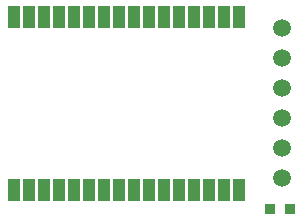
<source format=gbr>
%TF.GenerationSoftware,Altium Limited,Altium Designer,21.2.1 (34)*%
G04 Layer_Color=255*
%FSLAX26Y26*%
%MOIN*%
%TF.SameCoordinates,A0A043E5-24E2-464B-A4FE-AC519CE3A301*%
%TF.FilePolarity,Positive*%
%TF.FileFunction,Pads,Top*%
%TF.Part,Single*%
G01*
G75*
%TA.AperFunction,SMDPad,CuDef*%
%ADD10R,0.035433X0.035433*%
%ADD11R,0.042130X0.074800*%
%TA.AperFunction,ComponentPad*%
%ADD13C,0.059055*%
D10*
X1258054Y118110D02*
D03*
X1324983D02*
D03*
D11*
X804528Y184251D02*
D03*
X754528D02*
D03*
X704528D02*
D03*
X654528D02*
D03*
X604528D02*
D03*
X554528D02*
D03*
X404528Y760631D02*
D03*
X454528D02*
D03*
X504528D02*
D03*
Y184251D02*
D03*
X554528Y760631D02*
D03*
X604528D02*
D03*
X654528D02*
D03*
X704528D02*
D03*
X754528D02*
D03*
X804528D02*
D03*
X854528D02*
D03*
X904528D02*
D03*
X954528D02*
D03*
X1004528D02*
D03*
X454528Y184251D02*
D03*
X1054528Y760631D02*
D03*
X1104528D02*
D03*
X1154528D02*
D03*
Y184251D02*
D03*
X1104528D02*
D03*
X1054528D02*
D03*
X1004528D02*
D03*
X954528D02*
D03*
X904528D02*
D03*
X854528D02*
D03*
X404528D02*
D03*
D13*
X1299213Y222441D02*
D03*
Y322441D02*
D03*
Y422441D02*
D03*
Y522441D02*
D03*
Y622441D02*
D03*
Y722441D02*
D03*
%TF.MD5,5194986e03f32326c5997efae14d046c*%
M02*

</source>
